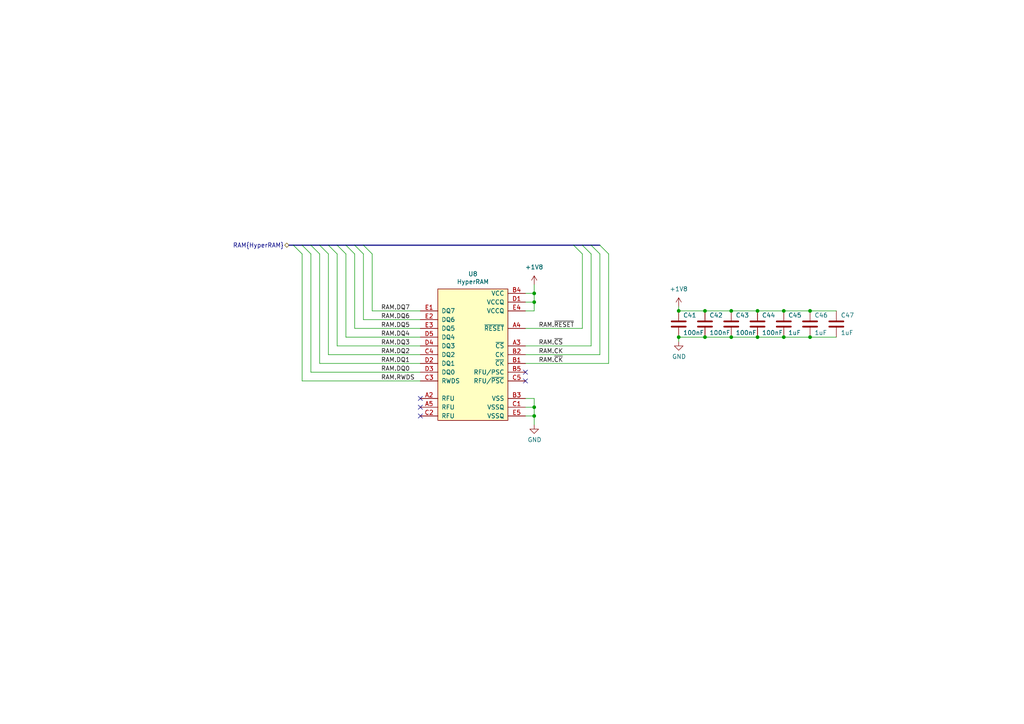
<source format=kicad_sch>
(kicad_sch (version 20230121) (generator eeschema)
  (paper "A4")
  (title_block (title "URTI Mainboard") (date "${DATE}") (rev "${VERSION}") (company "Copyright 2023 Great Scott Gadgets") (comment 1 "Licensed under the CERN-OHL-P v2"))
  (lib_symbols
    (symbol "Device:C" (pin_numbers hide) (pin_names (offset 0.254))
      (property "Reference" "C" (at 0.635 2.54 0))
      (property "Value" "C" (at 0.635 -2.54 0))
      (symbol "C_0_1"
        (polyline (pts (xy -2.032 -0.762) (xy 2.032 -0.762)) (stroke (width 0.508)))
        (polyline (pts (xy -2.032 0.762) (xy 2.032 0.762)) (stroke (width 0.508)))
      )
      (symbol "C_1_1"
        (pin passive line (at 0 3.81 270) (length 2.794) (name "~") (number "1"))
        (pin passive line (at 0 -3.81 90) (length 2.794) (name "~") (number "2"))
      )
    )
    (symbol "power:+1V8" (power) (pin_names (offset 0))
      (property "Value" "+1V8" (at 0 3.556 0))
      (symbol "+1V8_0_1"
        (polyline (pts (xy -0.762 1.27) (xy 0 2.54)))
        (polyline (pts (xy 0 0) (xy 0 2.54)))
        (polyline (pts (xy 0 2.54) (xy 0.762 1.27)))
      )
      (symbol "+1V8_1_1"
        (pin power_in line (at 0 0 90) (length 0) hide (name "+1V8") (number "1"))
      )
    )
    (symbol "power:GND" (power) (pin_names (offset 0))
      (property "Value" "GND" (at 0 -3.81 0))
      (symbol "GND_0_1"
        (polyline (pts (xy 0 0) (xy 0 -1.27) (xy 1.27 -1.27) (xy 0 -2.54) (xy -1.27 -1.27) (xy 0 -1.27)))
      )
      (symbol "GND_1_1"
        (pin power_in line (at 0 0 270) (length 0) hide (name "GND") (number "1"))
      )
    )
    (symbol "support_hardware:S27KS0641" (pin_names (offset 1.016))
      (property "Reference" "U" (at 0 20.32 0))
      (property "Value" "S27KS0641" (at 0 -20.32 0))
      (symbol "S27KS0641_0_1"
        (rectangle (start -10.16 19.05) (end 10.16 -19.05) (stroke (width 0.2032)) (fill (type background)))
      )
      (symbol "S27KS0641_1_1"
        (pin passive line (at 15.24 -12.7 180) (length 5.08) (name "RFU") (number "A2"))
        (pin input line (at -15.24 2.54 0) (length 5.08) (name "~{CS}") (number "A3"))
        (pin input line (at -15.24 7.62 0) (length 5.08) (name "~{RESET}") (number "A4"))
        (pin passive line (at 15.24 -15.24 180) (length 5.08) (name "RFU") (number "A5"))
        (pin input line (at -15.24 -2.54 0) (length 5.08) (name "~{CK}") (number "B1"))
        (pin input line (at -15.24 0 0) (length 5.08) (name "CK") (number "B2"))
        (pin power_in line (at -15.24 -12.7 0) (length 5.08) (name "VSS") (number "B3"))
        (pin power_in line (at -15.24 17.78 0) (length 5.08) (name "VCC") (number "B4"))
        (pin input line (at -15.24 -5.08 0) (length 5.08) (name "RFU/PSC") (number "B5"))
        (pin power_in line (at -15.24 -15.24 0) (length 5.08) (name "VSSQ") (number "C1"))
        (pin passive line (at 15.24 -17.78 180) (length 5.08) (name "RFU") (number "C2"))
        (pin bidirectional line (at 15.24 -7.62 180) (length 5.08) (name "RWDS") (number "C3"))
        (pin bidirectional line (at 15.24 0 180) (length 5.08) (name "DQ2") (number "C4"))
        (pin input line (at -15.24 -7.62 0) (length 5.08) (name "RFU/~{PSC}") (number "C5"))
        (pin power_in line (at -15.24 15.24 0) (length 5.08) (name "VCCQ") (number "D1"))
        (pin bidirectional line (at 15.24 -2.54 180) (length 5.08) (name "DQ1") (number "D2"))
        (pin bidirectional line (at 15.24 -5.08 180) (length 5.08) (name "DQ0") (number "D3"))
        (pin bidirectional line (at 15.24 2.54 180) (length 5.08) (name "DQ3") (number "D4"))
        (pin bidirectional line (at 15.24 5.08 180) (length 5.08) (name "DQ4") (number "D5"))
        (pin bidirectional line (at 15.24 12.7 180) (length 5.08) (name "DQ7") (number "E1"))
        (pin bidirectional line (at 15.24 10.16 180) (length 5.08) (name "DQ6") (number "E2"))
        (pin bidirectional line (at 15.24 7.62 180) (length 5.08) (name "DQ5") (number "E3"))
        (pin power_in line (at -15.24 12.7 0) (length 5.08) (name "VCCQ") (number "E4"))
        (pin power_in line (at -15.24 -17.78 0) (length 5.08) (name "VSSQ") (number "E5"))
      )
    )
  )
  (bus_alias "HyperRAM" (members "DQ[0..7]" "CK" "~{CK}" "~{CS}" "RWDS" "~{RESET}"))
  (junction (at 234.95 97.79))
  (junction (at 154.94 118.11))
  (junction (at 212.09 90.17))
  (junction (at 212.09 97.79))
  (junction (at 196.85 90.17))
  (junction (at 219.71 97.79))
  (junction (at 234.95 90.17))
  (junction (at 204.47 97.79))
  (junction (at 154.94 120.65))
  (junction (at 219.71 90.17))
  (junction (at 204.47 90.17))
  (junction (at 154.94 85.09))
  (junction (at 154.94 87.63))
  (junction (at 227.33 97.79))
  (junction (at 196.85 97.79))
  (junction (at 227.33 90.17))
  (no_connect (at 152.4 107.95))
  (no_connect (at 152.4 110.49))
  (no_connect (at 121.92 120.65))
  (no_connect (at 121.92 115.57))
  (no_connect (at 121.92 118.11))
  (bus_entry (at 85.09 71.12) (size 2.54 2.54))
  (bus_entry (at 95.25 71.12) (size 2.54 2.54))
  (bus_entry (at 168.91 71.12) (size 2.54 2.54))
  (bus_entry (at 105.41 71.12) (size 2.54 2.54))
  (bus_entry (at 171.45 71.12) (size 2.54 2.54))
  (bus_entry (at 166.37 71.12) (size 2.54 2.54))
  (bus_entry (at 100.33 71.12) (size 2.54 2.54))
  (bus_entry (at 102.87 71.12) (size 2.54 2.54))
  (bus_entry (at 87.63 71.12) (size 2.54 2.54))
  (bus_entry (at 92.71 71.12) (size 2.54 2.54))
  (bus_entry (at 173.99 71.12) (size 2.54 2.54))
  (bus_entry (at 90.17 71.12) (size 2.54 2.54))
  (bus_entry (at 97.79 71.12) (size 2.54 2.54))
  (wire (pts (xy 196.85 90.17) (xy 196.85 88.9)))
  (bus (pts (xy 90.17 71.12) (xy 92.71 71.12)))
  (wire (pts (xy 196.85 97.79) (xy 196.85 99.06)))
  (wire (pts (xy 152.4 95.25) (xy 168.91 95.25)))
  (wire (pts (xy 212.09 90.17) (xy 219.71 90.17)))
  (wire (pts (xy 102.87 95.25) (xy 102.87 73.66)))
  (wire (pts (xy 168.91 73.66) (xy 168.91 95.25)))
  (bus (pts (xy 166.37 71.12) (xy 168.91 71.12)))
  (wire (pts (xy 171.45 73.66) (xy 171.45 100.33)))
  (bus (pts (xy 100.33 71.12) (xy 102.87 71.12)))
  (wire (pts (xy 154.94 87.63) (xy 154.94 90.17)))
  (wire (pts (xy 154.94 85.09) (xy 154.94 87.63)))
  (wire (pts (xy 154.94 118.11) (xy 154.94 120.65)))
  (wire (pts (xy 152.4 100.33) (xy 171.45 100.33)))
  (wire (pts (xy 227.33 90.17) (xy 234.95 90.17)))
  (wire (pts (xy 121.92 97.79) (xy 100.33 97.79)))
  (wire (pts (xy 90.17 107.95) (xy 90.17 73.66)))
  (bus (pts (xy 171.45 71.12) (xy 173.99 71.12)))
  (wire (pts (xy 173.99 73.66) (xy 173.99 102.87)))
  (wire (pts (xy 152.4 85.09) (xy 154.94 85.09)))
  (wire (pts (xy 176.53 73.66) (xy 176.53 105.41)))
  (wire (pts (xy 219.71 97.79) (xy 212.09 97.79)))
  (wire (pts (xy 121.92 102.87) (xy 95.25 102.87)))
  (wire (pts (xy 92.71 105.41) (xy 92.71 73.66)))
  (bus (pts (xy 85.09 71.12) (xy 87.63 71.12)))
  (wire (pts (xy 196.85 90.17) (xy 204.47 90.17)))
  (wire (pts (xy 196.85 97.79) (xy 204.47 97.79)))
  (wire (pts (xy 219.71 90.17) (xy 227.33 90.17)))
  (wire (pts (xy 154.94 85.09) (xy 154.94 82.55)))
  (wire (pts (xy 152.4 115.57) (xy 154.94 115.57)))
  (wire (pts (xy 152.4 102.87) (xy 173.99 102.87)))
  (wire (pts (xy 152.4 87.63) (xy 154.94 87.63)))
  (wire (pts (xy 154.94 120.65) (xy 154.94 123.19)))
  (wire (pts (xy 121.92 110.49) (xy 87.63 110.49)))
  (bus (pts (xy 92.71 71.12) (xy 95.25 71.12)))
  (bus (pts (xy 83.82 71.12) (xy 85.09 71.12)))
  (wire (pts (xy 105.41 92.71) (xy 121.92 92.71)))
  (wire (pts (xy 121.92 107.95) (xy 90.17 107.95)))
  (bus (pts (xy 102.87 71.12) (xy 105.41 71.12)))
  (wire (pts (xy 121.92 95.25) (xy 102.87 95.25)))
  (wire (pts (xy 154.94 120.65) (xy 152.4 120.65)))
  (wire (pts (xy 100.33 97.79) (xy 100.33 73.66)))
  (wire (pts (xy 95.25 102.87) (xy 95.25 73.66)))
  (wire (pts (xy 234.95 90.17) (xy 242.57 90.17)))
  (bus (pts (xy 97.79 71.12) (xy 100.33 71.12)))
  (wire (pts (xy 107.95 73.66) (xy 107.95 90.17)))
  (wire (pts (xy 204.47 97.79) (xy 212.09 97.79)))
  (bus (pts (xy 95.25 71.12) (xy 97.79 71.12)))
  (wire (pts (xy 121.92 90.17) (xy 107.95 90.17)))
  (wire (pts (xy 204.47 90.17) (xy 212.09 90.17)))
  (wire (pts (xy 97.79 100.33) (xy 97.79 73.66)))
  (wire (pts (xy 152.4 118.11) (xy 154.94 118.11)))
  (wire (pts (xy 105.41 92.71) (xy 105.41 73.66)))
  (bus (pts (xy 105.41 71.12) (xy 166.37 71.12)))
  (wire (pts (xy 121.92 100.33) (xy 97.79 100.33)))
  (wire (pts (xy 234.95 97.79) (xy 227.33 97.79)))
  (wire (pts (xy 87.63 110.49) (xy 87.63 73.66)))
  (wire (pts (xy 227.33 97.79) (xy 219.71 97.79)))
  (wire (pts (xy 152.4 105.41) (xy 176.53 105.41)))
  (wire (pts (xy 242.57 97.79) (xy 234.95 97.79)))
  (wire (pts (xy 154.94 115.57) (xy 154.94 118.11)))
  (wire (pts (xy 154.94 90.17) (xy 152.4 90.17)))
  (bus (pts (xy 87.63 71.12) (xy 90.17 71.12)))
  (wire (pts (xy 121.92 105.41) (xy 92.71 105.41)))
  (bus (pts (xy 168.91 71.12) (xy 171.45 71.12)))
  (label "RAM.DQ3" (at 110.49 100.33 0))
  (label "RAM.DQ4" (at 110.49 97.79 0))
  (label "RAM.DQ5" (at 110.49 95.25 0))
  (label "RAM.DQ0" (at 110.49 107.95 0))
  (label "RAM.DQ6" (at 110.49 92.71 0))
  (label "RAM.~{CS}" (at 156.21 100.33 0))
  (label "RAM.~{RESET}" (at 156.21 95.25 0))
  (label "RAM.RWDS" (at 110.49 110.49 0))
  (label "RAM.CK" (at 156.21 102.87 0))
  (label "RAM.~{CK}" (at 156.21 105.41 0))
  (label "RAM.DQ7" (at 110.49 90.17 0))
  (label "RAM.DQ2" (at 110.49 102.87 0))
  (label "RAM.DQ1" (at 110.49 105.41 0))
  (hierarchical_label "RAM{HyperRAM}" (shape bidirectional) (at 83.82 71.12 180))
  (symbol (lib_id "support_hardware:S27KS0641") (at 137.16 102.87 0) (mirror y) (unit 1)
    (property "Reference" "U8" (at 137.16 79.4512 0))
    (property "Value" "HyperRAM" (at 137.16 81.7372 0))
    (property "Footprint" "mainboard:BGA-24_5x5_6.0x8.0mm" (effects hide))
    (property "Datasheet" "https://www.winbond.com/resource-files/W956x8MBYA_64Mb_HyperBus_pSRAM_TFBGA24_datasheet_A01-003_20200724.pdf" (effects hide))
    (property "Description" "IC DRAM 64MBIT HYPERBUS 24TFBGA" (effects hide))
    (property "Manufacturer" "Winbond" (effects hide))
    (property "Part Number" "W956D8MBYA5I TR" (effects hide))
    (property "Substitution" "W958D8NWSX4I, W958D8NWSX5I, W958D8NBYA5I, Infineon S27KS0642GABH*02*" (effects hide))
  )
  (symbol (lib_id "power:GND") (at 154.94 123.19 0) (unit 1)
    (property "Reference" "#PWR0111" (effects hide))
    (property "Value" "GND" (at 155.0416 127.5588 0))
  )
  (symbol (lib_id "power:+1V8") (at 154.94 82.55 0) (unit 1)
    (property "Reference" "#PWR0175" (effects hide))
    (property "Value" "+1V8" (at 154.94 77.47 0))
  )
  (symbol (lib_id "Device:C") (at 212.09 93.98 0) (unit 1)
    (property "Reference" "C43" (at 213.36 91.44 0) (effects (justify left)))
    (property "Value" "100nF" (at 213.36 96.52 0) (effects (justify left)))
    (property "Footprint" "Capacitor_SMD:C_0402_1005Metric" (effects hide))
    (property "Part Number" "CL05A104KA5NNNC" (effects hide))
    (property "Substitution" "any equivalent" (effects hide))
    (property "Description" "CAP CER 0.1UF 25V X5R 0402" (effects hide))
    (property "Manufacturer" "Samsung" (effects hide))
  )
  (symbol (lib_id "Device:C") (at 242.57 93.98 0) (unit 1)
    (property "Reference" "C47" (at 243.84 91.44 0) (effects (justify left)))
    (property "Value" "1uF" (at 243.84 96.52 0) (effects (justify left)))
    (property "Footprint" "Capacitor_SMD:C_0402_1005Metric" (effects hide))
    (property "Part Number" "CL05A105KP5NNNC" (effects hide))
    (property "Substitution" "any equivalent" (effects hide))
    (property "Manufacturer" "Samsung" (effects hide))
    (property "Description" "CAP CER 1UF 10V X5R 0402" (effects hide))
  )
  (symbol (lib_id "power:GND") (at 196.85 99.06 0) (unit 1)
    (property "Reference" "#PWR0110" (effects hide))
    (property "Value" "GND" (at 196.9516 103.4288 0))
  )
  (symbol (lib_id "Device:C") (at 234.95 93.98 0) (unit 1)
    (property "Reference" "C46" (at 236.22 91.44 0) (effects (justify left)))
    (property "Value" "1uF" (at 236.22 96.52 0) (effects (justify left)))
    (property "Footprint" "Capacitor_SMD:C_0402_1005Metric" (effects hide))
    (property "Part Number" "CL05A105KP5NNNC" (effects hide))
    (property "Substitution" "any equivalent" (effects hide))
    (property "Manufacturer" "Samsung" (effects hide))
    (property "Description" "CAP CER 1UF 10V X5R 0402" (effects hide))
  )
  (symbol (lib_id "Device:C") (at 227.33 93.98 0) (unit 1)
    (property "Reference" "C45" (at 228.6 91.44 0) (effects (justify left)))
    (property "Value" "1uF" (at 228.6 96.52 0) (effects (justify left)))
    (property "Footprint" "Capacitor_SMD:C_0402_1005Metric" (effects hide))
    (property "Part Number" "CL05A105KP5NNNC" (effects hide))
    (property "Substitution" "any equivalent" (effects hide))
    (property "Manufacturer" "Samsung" (effects hide))
    (property "Description" "CAP CER 1UF 10V X5R 0402" (effects hide))
  )
  (symbol (lib_id "Device:C") (at 196.85 93.98 0) (unit 1)
    (property "Reference" "C41" (at 198.12 91.44 0) (effects (justify left)))
    (property "Value" "100nF" (at 198.12 96.52 0) (effects (justify left)))
    (property "Footprint" "Capacitor_SMD:C_0402_1005Metric" (effects hide))
    (property "Part Number" "CL05A104KA5NNNC" (effects hide))
    (property "Substitution" "any equivalent" (effects hide))
    (property "Description" "CAP CER 0.1UF 25V X5R 0402" (effects hide))
    (property "Manufacturer" "Samsung" (effects hide))
  )
  (symbol (lib_id "Device:C") (at 204.47 93.98 0) (unit 1)
    (property "Reference" "C42" (at 205.74 91.44 0) (effects (justify left)))
    (property "Value" "100nF" (at 205.74 96.52 0) (effects (justify left)))
    (property "Footprint" "Capacitor_SMD:C_0402_1005Metric" (effects hide))
    (property "Part Number" "CL05A104KA5NNNC" (effects hide))
    (property "Substitution" "any equivalent" (effects hide))
    (property "Description" "CAP CER 0.1UF 25V X5R 0402" (effects hide))
    (property "Manufacturer" "Samsung" (effects hide))
  )
  (symbol (lib_id "Device:C") (at 219.71 93.98 0) (unit 1)
    (property "Reference" "C44" (at 220.98 91.44 0) (effects (justify left)))
    (property "Value" "100nF" (at 220.98 96.52 0) (effects (justify left)))
    (property "Footprint" "Capacitor_SMD:C_0402_1005Metric" (effects hide))
    (property "Part Number" "CL05A104KA5NNNC" (effects hide))
    (property "Substitution" "any equivalent" (effects hide))
    (property "Description" "CAP CER 0.1UF 25V X5R 0402" (effects hide))
    (property "Manufacturer" "Samsung" (effects hide))
  )
  (symbol (lib_id "power:+1V8") (at 196.85 88.9 0) (unit 1)
    (property "Reference" "#PWR0108" (effects hide))
    (property "Value" "+1V8" (at 196.85 83.82 0))
  )
)
</source>
